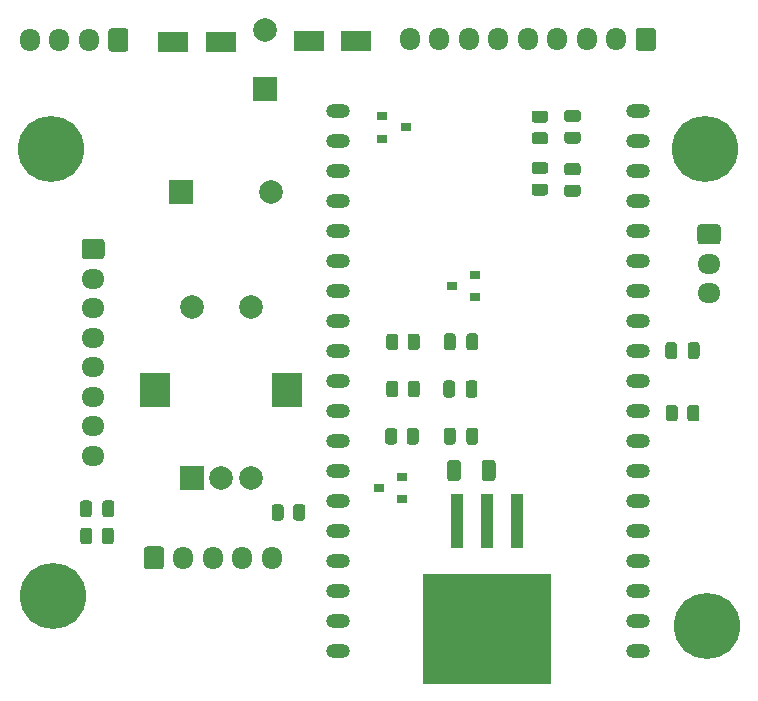
<source format=gbr>
%TF.GenerationSoftware,KiCad,Pcbnew,(5.1.9)-1*%
%TF.CreationDate,2021-02-05T08:09:49+01:00*%
%TF.ProjectId,Spotwelderix-controlboard,53706f74-7765-46c6-9465-7269782d636f,v01*%
%TF.SameCoordinates,Original*%
%TF.FileFunction,Soldermask,Top*%
%TF.FilePolarity,Negative*%
%FSLAX46Y46*%
G04 Gerber Fmt 4.6, Leading zero omitted, Abs format (unit mm)*
G04 Created by KiCad (PCBNEW (5.1.9)-1) date 2021-02-05 08:09:49*
%MOMM*%
%LPD*%
G01*
G04 APERTURE LIST*
%ADD10R,2.000000X2.000000*%
%ADD11C,2.000000*%
%ADD12R,2.500000X3.000000*%
%ADD13O,2.000000X1.200000*%
%ADD14O,1.950000X1.700000*%
%ADD15R,0.900000X0.800000*%
%ADD16O,1.700000X1.950000*%
%ADD17R,2.500000X1.800000*%
%ADD18C,5.600000*%
%ADD19C,3.600000*%
%ADD20R,10.800000X9.400000*%
%ADD21R,1.100000X4.600000*%
G04 APERTURE END LIST*
D10*
%TO.C,ENC1*%
X37950000Y-61600000D03*
D11*
X40450000Y-61600000D03*
X42950000Y-61600000D03*
D12*
X34850000Y-54100000D03*
X46050000Y-54100000D03*
D11*
X37950000Y-47100000D03*
X42950000Y-47100000D03*
%TD*%
D13*
%TO.C,U1*%
X75700000Y-30540000D03*
X50300000Y-30540000D03*
X75700000Y-33080000D03*
X50300000Y-33080000D03*
X75700000Y-35620000D03*
X50300000Y-35620000D03*
X75700000Y-38160000D03*
X50300000Y-38160000D03*
X75700000Y-40700000D03*
X50300000Y-40700000D03*
X75700000Y-43240000D03*
X50300000Y-43240000D03*
X75700000Y-45780000D03*
X50300000Y-45780000D03*
X75700000Y-48320000D03*
X50300000Y-48320000D03*
X75700000Y-50860000D03*
X50300000Y-50860000D03*
X75700000Y-53400000D03*
X50300000Y-53400000D03*
X75700000Y-55940000D03*
X50300000Y-55940000D03*
X75700000Y-58480000D03*
X50300000Y-58480000D03*
X75700000Y-61020000D03*
X50300000Y-61020000D03*
X75700000Y-63560000D03*
X50300000Y-63560000D03*
X75700000Y-66100000D03*
X50300000Y-66100000D03*
X75700000Y-68640000D03*
X50300000Y-68640000D03*
X75700000Y-71180000D03*
X50300000Y-71180000D03*
X75700000Y-73720000D03*
X50300000Y-73720000D03*
X75700000Y-76260000D03*
X50300000Y-76260000D03*
%TD*%
D14*
%TO.C,P1*%
X29600000Y-59700000D03*
X29600000Y-57200000D03*
X29600000Y-54700000D03*
X29600000Y-52200000D03*
X29600000Y-49700000D03*
X29600000Y-47200000D03*
X29600000Y-44700000D03*
G36*
G01*
X28875000Y-41350000D02*
X30325000Y-41350000D01*
G75*
G02*
X30575000Y-41600000I0J-250000D01*
G01*
X30575000Y-42800000D01*
G75*
G02*
X30325000Y-43050000I-250000J0D01*
G01*
X28875000Y-43050000D01*
G75*
G02*
X28625000Y-42800000I0J250000D01*
G01*
X28625000Y-41600000D01*
G75*
G02*
X28875000Y-41350000I250000J0D01*
G01*
G37*
%TD*%
%TO.C,R14*%
G36*
G01*
X30337500Y-66950001D02*
X30337500Y-66049999D01*
G75*
G02*
X30587499Y-65800000I249999J0D01*
G01*
X31112501Y-65800000D01*
G75*
G02*
X31362500Y-66049999I0J-249999D01*
G01*
X31362500Y-66950001D01*
G75*
G02*
X31112501Y-67200000I-249999J0D01*
G01*
X30587499Y-67200000D01*
G75*
G02*
X30337500Y-66950001I0J249999D01*
G01*
G37*
G36*
G01*
X28512500Y-66950001D02*
X28512500Y-66049999D01*
G75*
G02*
X28762499Y-65800000I249999J0D01*
G01*
X29287501Y-65800000D01*
G75*
G02*
X29537500Y-66049999I0J-249999D01*
G01*
X29537500Y-66950001D01*
G75*
G02*
X29287501Y-67200000I-249999J0D01*
G01*
X28762499Y-67200000D01*
G75*
G02*
X28512500Y-66950001I0J249999D01*
G01*
G37*
%TD*%
%TO.C,R12*%
G36*
G01*
X79912500Y-56550001D02*
X79912500Y-55649999D01*
G75*
G02*
X80162499Y-55400000I249999J0D01*
G01*
X80687501Y-55400000D01*
G75*
G02*
X80937500Y-55649999I0J-249999D01*
G01*
X80937500Y-56550001D01*
G75*
G02*
X80687501Y-56800000I-249999J0D01*
G01*
X80162499Y-56800000D01*
G75*
G02*
X79912500Y-56550001I0J249999D01*
G01*
G37*
G36*
G01*
X78087500Y-56550001D02*
X78087500Y-55649999D01*
G75*
G02*
X78337499Y-55400000I249999J0D01*
G01*
X78862501Y-55400000D01*
G75*
G02*
X79112500Y-55649999I0J-249999D01*
G01*
X79112500Y-56550001D01*
G75*
G02*
X78862501Y-56800000I-249999J0D01*
G01*
X78337499Y-56800000D01*
G75*
G02*
X78087500Y-56550001I0J249999D01*
G01*
G37*
%TD*%
%TO.C,R11*%
G36*
G01*
X46537500Y-64950001D02*
X46537500Y-64049999D01*
G75*
G02*
X46787499Y-63800000I249999J0D01*
G01*
X47312501Y-63800000D01*
G75*
G02*
X47562500Y-64049999I0J-249999D01*
G01*
X47562500Y-64950001D01*
G75*
G02*
X47312501Y-65200000I-249999J0D01*
G01*
X46787499Y-65200000D01*
G75*
G02*
X46537500Y-64950001I0J249999D01*
G01*
G37*
G36*
G01*
X44712500Y-64950001D02*
X44712500Y-64049999D01*
G75*
G02*
X44962499Y-63800000I249999J0D01*
G01*
X45487501Y-63800000D01*
G75*
G02*
X45737500Y-64049999I0J-249999D01*
G01*
X45737500Y-64950001D01*
G75*
G02*
X45487501Y-65200000I-249999J0D01*
G01*
X44962499Y-65200000D01*
G75*
G02*
X44712500Y-64950001I0J249999D01*
G01*
G37*
%TD*%
D15*
%TO.C,Q5*%
X56100000Y-31900000D03*
X54100000Y-32850000D03*
X54100000Y-30950000D03*
%TD*%
%TO.C,Q2*%
X59950000Y-45350000D03*
X61950000Y-44400000D03*
X61950000Y-46300000D03*
%TD*%
%TO.C,Q1*%
X53800000Y-62450000D03*
X55800000Y-61500000D03*
X55800000Y-63400000D03*
%TD*%
D16*
%TO.C,P2*%
X56400000Y-24450000D03*
X58900000Y-24450000D03*
X61400000Y-24450000D03*
X63900000Y-24450000D03*
X66400000Y-24450000D03*
X68900000Y-24450000D03*
X71400000Y-24450000D03*
X73900000Y-24450000D03*
G36*
G01*
X77250000Y-23725000D02*
X77250000Y-25175000D01*
G75*
G02*
X77000000Y-25425000I-250000J0D01*
G01*
X75800000Y-25425000D01*
G75*
G02*
X75550000Y-25175000I0J250000D01*
G01*
X75550000Y-23725000D01*
G75*
G02*
X75800000Y-23475000I250000J0D01*
G01*
X77000000Y-23475000D01*
G75*
G02*
X77250000Y-23725000I0J-250000D01*
G01*
G37*
%TD*%
%TO.C,J3*%
X24250000Y-24500000D03*
X26750000Y-24500000D03*
X29250000Y-24500000D03*
G36*
G01*
X32600000Y-23775000D02*
X32600000Y-25225000D01*
G75*
G02*
X32350000Y-25475000I-250000J0D01*
G01*
X31150000Y-25475000D01*
G75*
G02*
X30900000Y-25225000I0J250000D01*
G01*
X30900000Y-23775000D01*
G75*
G02*
X31150000Y-23525000I250000J0D01*
G01*
X32350000Y-23525000D01*
G75*
G02*
X32600000Y-23775000I0J-250000D01*
G01*
G37*
%TD*%
%TO.C,J1*%
X44750000Y-68350000D03*
X42250000Y-68350000D03*
X39750000Y-68350000D03*
X37250000Y-68350000D03*
G36*
G01*
X33900000Y-69075000D02*
X33900000Y-67625000D01*
G75*
G02*
X34150000Y-67375000I250000J0D01*
G01*
X35350000Y-67375000D01*
G75*
G02*
X35600000Y-67625000I0J-250000D01*
G01*
X35600000Y-69075000D01*
G75*
G02*
X35350000Y-69325000I-250000J0D01*
G01*
X34150000Y-69325000D01*
G75*
G02*
X33900000Y-69075000I0J250000D01*
G01*
G37*
%TD*%
%TO.C,C7*%
G36*
G01*
X30400000Y-64675000D02*
X30400000Y-63725000D01*
G75*
G02*
X30650000Y-63475000I250000J0D01*
G01*
X31150000Y-63475000D01*
G75*
G02*
X31400000Y-63725000I0J-250000D01*
G01*
X31400000Y-64675000D01*
G75*
G02*
X31150000Y-64925000I-250000J0D01*
G01*
X30650000Y-64925000D01*
G75*
G02*
X30400000Y-64675000I0J250000D01*
G01*
G37*
G36*
G01*
X28500000Y-64675000D02*
X28500000Y-63725000D01*
G75*
G02*
X28750000Y-63475000I250000J0D01*
G01*
X29250000Y-63475000D01*
G75*
G02*
X29500000Y-63725000I0J-250000D01*
G01*
X29500000Y-64675000D01*
G75*
G02*
X29250000Y-64925000I-250000J0D01*
G01*
X28750000Y-64925000D01*
G75*
G02*
X28500000Y-64675000I0J250000D01*
G01*
G37*
%TD*%
D14*
%TO.C,J2*%
X81750000Y-45950000D03*
X81750000Y-43450000D03*
G36*
G01*
X81025000Y-40100000D02*
X82475000Y-40100000D01*
G75*
G02*
X82725000Y-40350000I0J-250000D01*
G01*
X82725000Y-41550000D01*
G75*
G02*
X82475000Y-41800000I-250000J0D01*
G01*
X81025000Y-41800000D01*
G75*
G02*
X80775000Y-41550000I0J250000D01*
G01*
X80775000Y-40350000D01*
G75*
G02*
X81025000Y-40100000I250000J0D01*
G01*
G37*
%TD*%
D17*
%TO.C,D3*%
X36400000Y-24650000D03*
X40400000Y-24650000D03*
%TD*%
%TO.C,D2*%
X47900000Y-24550000D03*
X51900000Y-24550000D03*
%TD*%
D11*
%TO.C,BZ1*%
X44650000Y-37400000D03*
D10*
X37050000Y-37400000D03*
%TD*%
D11*
%TO.C,C4*%
X44150000Y-23650000D03*
D10*
X44150000Y-28650000D03*
%TD*%
%TO.C,R1*%
G36*
G01*
X55437500Y-49599999D02*
X55437500Y-50500001D01*
G75*
G02*
X55187501Y-50750000I-249999J0D01*
G01*
X54662499Y-50750000D01*
G75*
G02*
X54412500Y-50500001I0J249999D01*
G01*
X54412500Y-49599999D01*
G75*
G02*
X54662499Y-49350000I249999J0D01*
G01*
X55187501Y-49350000D01*
G75*
G02*
X55437500Y-49599999I0J-249999D01*
G01*
G37*
G36*
G01*
X57262500Y-49599999D02*
X57262500Y-50500001D01*
G75*
G02*
X57012501Y-50750000I-249999J0D01*
G01*
X56487499Y-50750000D01*
G75*
G02*
X56237500Y-50500001I0J249999D01*
G01*
X56237500Y-49599999D01*
G75*
G02*
X56487499Y-49350000I249999J0D01*
G01*
X57012501Y-49350000D01*
G75*
G02*
X57262500Y-49599999I0J-249999D01*
G01*
G37*
%TD*%
%TO.C,C5*%
G36*
G01*
X62525000Y-61600001D02*
X62525000Y-60299999D01*
G75*
G02*
X62774999Y-60050000I249999J0D01*
G01*
X63425001Y-60050000D01*
G75*
G02*
X63675000Y-60299999I0J-249999D01*
G01*
X63675000Y-61600001D01*
G75*
G02*
X63425001Y-61850000I-249999J0D01*
G01*
X62774999Y-61850000D01*
G75*
G02*
X62525000Y-61600001I0J249999D01*
G01*
G37*
G36*
G01*
X59575000Y-61600001D02*
X59575000Y-60299999D01*
G75*
G02*
X59824999Y-60050000I249999J0D01*
G01*
X60475001Y-60050000D01*
G75*
G02*
X60725000Y-60299999I0J-249999D01*
G01*
X60725000Y-61600001D01*
G75*
G02*
X60475001Y-61850000I-249999J0D01*
G01*
X59824999Y-61850000D01*
G75*
G02*
X59575000Y-61600001I0J249999D01*
G01*
G37*
%TD*%
%TO.C,R3*%
G36*
G01*
X55350000Y-57599999D02*
X55350000Y-58500001D01*
G75*
G02*
X55100001Y-58750000I-249999J0D01*
G01*
X54574999Y-58750000D01*
G75*
G02*
X54325000Y-58500001I0J249999D01*
G01*
X54325000Y-57599999D01*
G75*
G02*
X54574999Y-57350000I249999J0D01*
G01*
X55100001Y-57350000D01*
G75*
G02*
X55350000Y-57599999I0J-249999D01*
G01*
G37*
G36*
G01*
X57175000Y-57599999D02*
X57175000Y-58500001D01*
G75*
G02*
X56925001Y-58750000I-249999J0D01*
G01*
X56399999Y-58750000D01*
G75*
G02*
X56150000Y-58500001I0J249999D01*
G01*
X56150000Y-57599999D01*
G75*
G02*
X56399999Y-57350000I249999J0D01*
G01*
X56925001Y-57350000D01*
G75*
G02*
X57175000Y-57599999I0J-249999D01*
G01*
G37*
%TD*%
%TO.C,C3*%
G36*
G01*
X60300000Y-57575000D02*
X60300000Y-58525000D01*
G75*
G02*
X60050000Y-58775000I-250000J0D01*
G01*
X59550000Y-58775000D01*
G75*
G02*
X59300000Y-58525000I0J250000D01*
G01*
X59300000Y-57575000D01*
G75*
G02*
X59550000Y-57325000I250000J0D01*
G01*
X60050000Y-57325000D01*
G75*
G02*
X60300000Y-57575000I0J-250000D01*
G01*
G37*
G36*
G01*
X62200000Y-57575000D02*
X62200000Y-58525000D01*
G75*
G02*
X61950000Y-58775000I-250000J0D01*
G01*
X61450000Y-58775000D01*
G75*
G02*
X61200000Y-58525000I0J250000D01*
G01*
X61200000Y-57575000D01*
G75*
G02*
X61450000Y-57325000I250000J0D01*
G01*
X61950000Y-57325000D01*
G75*
G02*
X62200000Y-57575000I0J-250000D01*
G01*
G37*
%TD*%
%TO.C,C2*%
G36*
G01*
X61150000Y-54525000D02*
X61150000Y-53575000D01*
G75*
G02*
X61400000Y-53325000I250000J0D01*
G01*
X61900000Y-53325000D01*
G75*
G02*
X62150000Y-53575000I0J-250000D01*
G01*
X62150000Y-54525000D01*
G75*
G02*
X61900000Y-54775000I-250000J0D01*
G01*
X61400000Y-54775000D01*
G75*
G02*
X61150000Y-54525000I0J250000D01*
G01*
G37*
G36*
G01*
X59250000Y-54525000D02*
X59250000Y-53575000D01*
G75*
G02*
X59500000Y-53325000I250000J0D01*
G01*
X60000000Y-53325000D01*
G75*
G02*
X60250000Y-53575000I0J-250000D01*
G01*
X60250000Y-54525000D01*
G75*
G02*
X60000000Y-54775000I-250000J0D01*
G01*
X59500000Y-54775000D01*
G75*
G02*
X59250000Y-54525000I0J250000D01*
G01*
G37*
%TD*%
%TO.C,C1*%
G36*
G01*
X60300000Y-49575000D02*
X60300000Y-50525000D01*
G75*
G02*
X60050000Y-50775000I-250000J0D01*
G01*
X59550000Y-50775000D01*
G75*
G02*
X59300000Y-50525000I0J250000D01*
G01*
X59300000Y-49575000D01*
G75*
G02*
X59550000Y-49325000I250000J0D01*
G01*
X60050000Y-49325000D01*
G75*
G02*
X60300000Y-49575000I0J-250000D01*
G01*
G37*
G36*
G01*
X62200000Y-49575000D02*
X62200000Y-50525000D01*
G75*
G02*
X61950000Y-50775000I-250000J0D01*
G01*
X61450000Y-50775000D01*
G75*
G02*
X61200000Y-50525000I0J250000D01*
G01*
X61200000Y-49575000D01*
G75*
G02*
X61450000Y-49325000I250000J0D01*
G01*
X61950000Y-49325000D01*
G75*
G02*
X62200000Y-49575000I0J-250000D01*
G01*
G37*
%TD*%
%TO.C,R2*%
G36*
G01*
X55437500Y-53599999D02*
X55437500Y-54500001D01*
G75*
G02*
X55187501Y-54750000I-249999J0D01*
G01*
X54662499Y-54750000D01*
G75*
G02*
X54412500Y-54500001I0J249999D01*
G01*
X54412500Y-53599999D01*
G75*
G02*
X54662499Y-53350000I249999J0D01*
G01*
X55187501Y-53350000D01*
G75*
G02*
X55437500Y-53599999I0J-249999D01*
G01*
G37*
G36*
G01*
X57262500Y-53599999D02*
X57262500Y-54500001D01*
G75*
G02*
X57012501Y-54750000I-249999J0D01*
G01*
X56487499Y-54750000D01*
G75*
G02*
X56237500Y-54500001I0J249999D01*
G01*
X56237500Y-53599999D01*
G75*
G02*
X56487499Y-53350000I249999J0D01*
G01*
X57012501Y-53350000D01*
G75*
G02*
X57262500Y-53599999I0J-249999D01*
G01*
G37*
%TD*%
%TO.C,R6*%
G36*
G01*
X66977999Y-32298500D02*
X67878001Y-32298500D01*
G75*
G02*
X68128000Y-32548499I0J-249999D01*
G01*
X68128000Y-33073501D01*
G75*
G02*
X67878001Y-33323500I-249999J0D01*
G01*
X66977999Y-33323500D01*
G75*
G02*
X66728000Y-33073501I0J249999D01*
G01*
X66728000Y-32548499D01*
G75*
G02*
X66977999Y-32298500I249999J0D01*
G01*
G37*
G36*
G01*
X66977999Y-30473500D02*
X67878001Y-30473500D01*
G75*
G02*
X68128000Y-30723499I0J-249999D01*
G01*
X68128000Y-31248501D01*
G75*
G02*
X67878001Y-31498500I-249999J0D01*
G01*
X66977999Y-31498500D01*
G75*
G02*
X66728000Y-31248501I0J249999D01*
G01*
X66728000Y-30723499D01*
G75*
G02*
X66977999Y-30473500I249999J0D01*
G01*
G37*
%TD*%
D18*
%TO.C,H3*%
X81550000Y-74100000D03*
D19*
X81550000Y-74100000D03*
%TD*%
%TO.C,C6*%
G36*
G01*
X79950000Y-51275000D02*
X79950000Y-50325000D01*
G75*
G02*
X80200000Y-50075000I250000J0D01*
G01*
X80700000Y-50075000D01*
G75*
G02*
X80950000Y-50325000I0J-250000D01*
G01*
X80950000Y-51275000D01*
G75*
G02*
X80700000Y-51525000I-250000J0D01*
G01*
X80200000Y-51525000D01*
G75*
G02*
X79950000Y-51275000I0J250000D01*
G01*
G37*
G36*
G01*
X78050000Y-51275000D02*
X78050000Y-50325000D01*
G75*
G02*
X78300000Y-50075000I250000J0D01*
G01*
X78800000Y-50075000D01*
G75*
G02*
X79050000Y-50325000I0J-250000D01*
G01*
X79050000Y-51275000D01*
G75*
G02*
X78800000Y-51525000I-250000J0D01*
G01*
X78300000Y-51525000D01*
G75*
G02*
X78050000Y-51275000I0J250000D01*
G01*
G37*
%TD*%
D18*
%TO.C,H1*%
X26200000Y-71600000D03*
D19*
X26200000Y-71600000D03*
%TD*%
D18*
%TO.C,H4*%
X26050000Y-33750000D03*
D19*
X26050000Y-33750000D03*
%TD*%
D18*
%TO.C,H2*%
X81450000Y-33750000D03*
D19*
X81450000Y-33750000D03*
%TD*%
%TO.C,R9*%
G36*
G01*
X69737999Y-36749500D02*
X70638001Y-36749500D01*
G75*
G02*
X70888000Y-36999499I0J-249999D01*
G01*
X70888000Y-37524501D01*
G75*
G02*
X70638001Y-37774500I-249999J0D01*
G01*
X69737999Y-37774500D01*
G75*
G02*
X69488000Y-37524501I0J249999D01*
G01*
X69488000Y-36999499D01*
G75*
G02*
X69737999Y-36749500I249999J0D01*
G01*
G37*
G36*
G01*
X69737999Y-34924500D02*
X70638001Y-34924500D01*
G75*
G02*
X70888000Y-35174499I0J-249999D01*
G01*
X70888000Y-35699501D01*
G75*
G02*
X70638001Y-35949500I-249999J0D01*
G01*
X69737999Y-35949500D01*
G75*
G02*
X69488000Y-35699501I0J249999D01*
G01*
X69488000Y-35174499D01*
G75*
G02*
X69737999Y-34924500I249999J0D01*
G01*
G37*
%TD*%
D20*
%TO.C,U3*%
X62990000Y-74350000D03*
D21*
X60450000Y-65200000D03*
X62990000Y-65200000D03*
X65530000Y-65200000D03*
%TD*%
%TO.C,R8*%
G36*
G01*
X69737999Y-32248000D02*
X70638001Y-32248000D01*
G75*
G02*
X70888000Y-32497999I0J-249999D01*
G01*
X70888000Y-33023001D01*
G75*
G02*
X70638001Y-33273000I-249999J0D01*
G01*
X69737999Y-33273000D01*
G75*
G02*
X69488000Y-33023001I0J249999D01*
G01*
X69488000Y-32497999D01*
G75*
G02*
X69737999Y-32248000I249999J0D01*
G01*
G37*
G36*
G01*
X69737999Y-30423000D02*
X70638001Y-30423000D01*
G75*
G02*
X70888000Y-30672999I0J-249999D01*
G01*
X70888000Y-31198001D01*
G75*
G02*
X70638001Y-31448000I-249999J0D01*
G01*
X69737999Y-31448000D01*
G75*
G02*
X69488000Y-31198001I0J249999D01*
G01*
X69488000Y-30672999D01*
G75*
G02*
X69737999Y-30423000I249999J0D01*
G01*
G37*
%TD*%
%TO.C,R7*%
G36*
G01*
X66977999Y-36649500D02*
X67878001Y-36649500D01*
G75*
G02*
X68128000Y-36899499I0J-249999D01*
G01*
X68128000Y-37424501D01*
G75*
G02*
X67878001Y-37674500I-249999J0D01*
G01*
X66977999Y-37674500D01*
G75*
G02*
X66728000Y-37424501I0J249999D01*
G01*
X66728000Y-36899499D01*
G75*
G02*
X66977999Y-36649500I249999J0D01*
G01*
G37*
G36*
G01*
X66977999Y-34824500D02*
X67878001Y-34824500D01*
G75*
G02*
X68128000Y-35074499I0J-249999D01*
G01*
X68128000Y-35599501D01*
G75*
G02*
X67878001Y-35849500I-249999J0D01*
G01*
X66977999Y-35849500D01*
G75*
G02*
X66728000Y-35599501I0J249999D01*
G01*
X66728000Y-35074499D01*
G75*
G02*
X66977999Y-34824500I249999J0D01*
G01*
G37*
%TD*%
M02*

</source>
